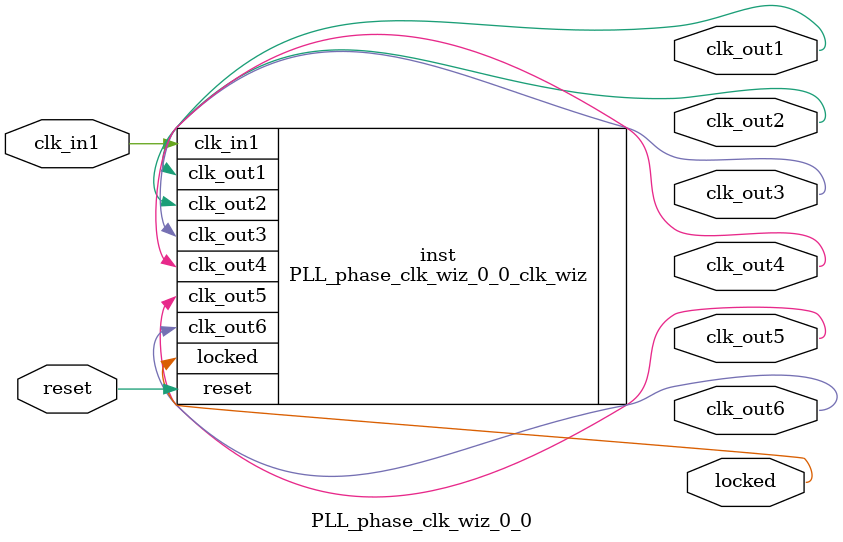
<source format=v>


`timescale 1ps/1ps

(* CORE_GENERATION_INFO = "PLL_phase_clk_wiz_0_0,clk_wiz_v5_4_3_0,{component_name=PLL_phase_clk_wiz_0_0,use_phase_alignment=true,use_min_o_jitter=false,use_max_i_jitter=false,use_dyn_phase_shift=false,use_inclk_switchover=false,use_dyn_reconfig=false,enable_axi=0,feedback_source=FDBK_AUTO,PRIMITIVE=PLL,num_out_clk=6,clkin1_period=20.000,clkin2_period=10.0,use_power_down=false,use_reset=true,use_locked=true,use_inclk_stopped=false,feedback_type=SINGLE,CLOCK_MGR_TYPE=NA,manual_override=false}" *)

module PLL_phase_clk_wiz_0_0 
 (
  // Clock out ports
  output        clk_out1,
  output        clk_out2,
  output        clk_out3,
  output        clk_out4,
  output        clk_out5,
  output        clk_out6,
  // Status and control signals
  input         reset,
  output        locked,
 // Clock in ports
  input         clk_in1
 );

  PLL_phase_clk_wiz_0_0_clk_wiz inst
  (
  // Clock out ports  
  .clk_out1(clk_out1),
  .clk_out2(clk_out2),
  .clk_out3(clk_out3),
  .clk_out4(clk_out4),
  .clk_out5(clk_out5),
  .clk_out6(clk_out6),
  // Status and control signals               
  .reset(reset), 
  .locked(locked),
 // Clock in ports
  .clk_in1(clk_in1)
  );

endmodule

</source>
